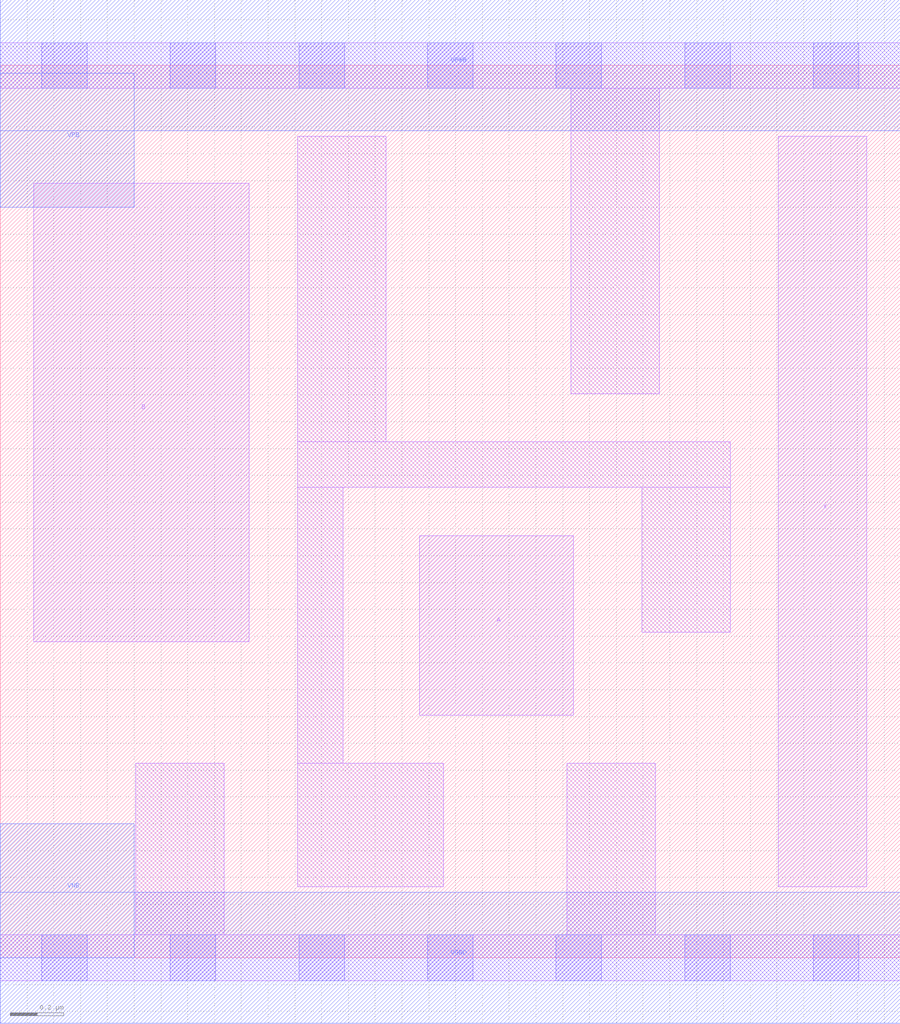
<source format=lef>
# Copyright 2020 The SkyWater PDK Authors
#
# Licensed under the Apache License, Version 2.0 (the "License");
# you may not use this file except in compliance with the License.
# You may obtain a copy of the License at
#
#     https://www.apache.org/licenses/LICENSE-2.0
#
# Unless required by applicable law or agreed to in writing, software
# distributed under the License is distributed on an "AS IS" BASIS,
# WITHOUT WARRANTIES OR CONDITIONS OF ANY KIND, either express or implied.
# See the License for the specific language governing permissions and
# limitations under the License.
#
# SPDX-License-Identifier: Apache-2.0

VERSION 5.5 ;
NAMESCASESENSITIVE ON ;
BUSBITCHARS "[]" ;
DIVIDERCHAR "/" ;
MACRO sky130_fd_sc_lp__or2_lp2
  CLASS CORE ;
  SOURCE USER ;
  ORIGIN  0.000000  0.000000 ;
  SIZE  3.360000 BY  3.330000 ;
  SYMMETRY X Y R90 ;
  SITE unit ;
  PIN A
    ANTENNAGATEAREA  0.376000 ;
    DIRECTION INPUT ;
    USE SIGNAL ;
    PORT
      LAYER li1 ;
        RECT 1.565000 0.905000 2.140000 1.575000 ;
    END
  END A
  PIN B
    ANTENNAGATEAREA  0.376000 ;
    DIRECTION INPUT ;
    USE SIGNAL ;
    PORT
      LAYER li1 ;
        RECT 0.125000 1.180000 0.930000 2.890000 ;
    END
  END B
  PIN X
    ANTENNADIFFAREA  0.404700 ;
    DIRECTION OUTPUT ;
    USE SIGNAL ;
    PORT
      LAYER li1 ;
        RECT 2.905000 0.265000 3.235000 3.065000 ;
    END
  END X
  PIN VGND
    DIRECTION INOUT ;
    USE GROUND ;
    PORT
      LAYER met1 ;
        RECT 0.000000 -0.245000 3.360000 0.245000 ;
    END
  END VGND
  PIN VNB
    DIRECTION INOUT ;
    USE GROUND ;
    PORT
      LAYER met1 ;
        RECT 0.000000 0.000000 0.500000 0.500000 ;
    END
  END VNB
  PIN VPB
    DIRECTION INOUT ;
    USE POWER ;
    PORT
      LAYER met1 ;
        RECT 0.000000 2.800000 0.500000 3.300000 ;
    END
  END VPB
  PIN VPWR
    DIRECTION INOUT ;
    USE POWER ;
    PORT
      LAYER met1 ;
        RECT 0.000000 3.085000 3.360000 3.575000 ;
    END
  END VPWR
  OBS
    LAYER li1 ;
      RECT 0.000000 -0.085000 3.360000 0.085000 ;
      RECT 0.000000  3.245000 3.360000 3.415000 ;
      RECT 0.505000  0.085000 0.835000 0.725000 ;
      RECT 1.110000  0.265000 1.655000 0.725000 ;
      RECT 1.110000  0.725000 1.280000 1.755000 ;
      RECT 1.110000  1.755000 2.725000 1.925000 ;
      RECT 1.110000  1.925000 1.440000 3.065000 ;
      RECT 2.115000  0.085000 2.445000 0.725000 ;
      RECT 2.130000  2.105000 2.460000 3.245000 ;
      RECT 2.395000  1.215000 2.725000 1.755000 ;
    LAYER mcon ;
      RECT 0.155000 -0.085000 0.325000 0.085000 ;
      RECT 0.155000  3.245000 0.325000 3.415000 ;
      RECT 0.635000 -0.085000 0.805000 0.085000 ;
      RECT 0.635000  3.245000 0.805000 3.415000 ;
      RECT 1.115000 -0.085000 1.285000 0.085000 ;
      RECT 1.115000  3.245000 1.285000 3.415000 ;
      RECT 1.595000 -0.085000 1.765000 0.085000 ;
      RECT 1.595000  3.245000 1.765000 3.415000 ;
      RECT 2.075000 -0.085000 2.245000 0.085000 ;
      RECT 2.075000  3.245000 2.245000 3.415000 ;
      RECT 2.555000 -0.085000 2.725000 0.085000 ;
      RECT 2.555000  3.245000 2.725000 3.415000 ;
      RECT 3.035000 -0.085000 3.205000 0.085000 ;
      RECT 3.035000  3.245000 3.205000 3.415000 ;
  END
END sky130_fd_sc_lp__or2_lp2

</source>
